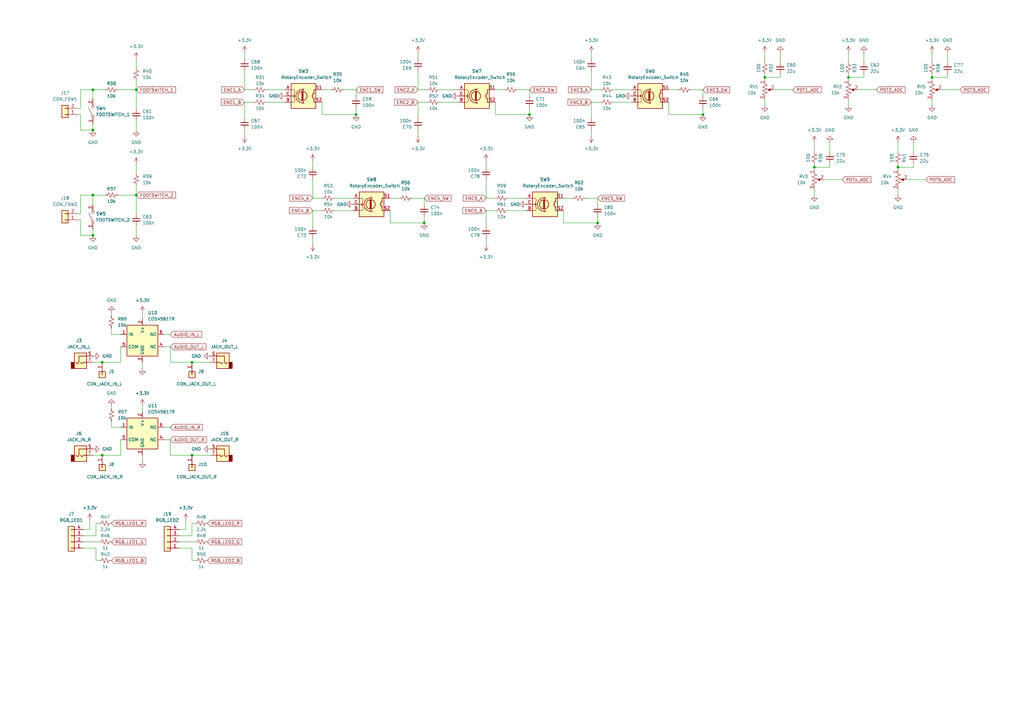
<source format=kicad_sch>
(kicad_sch (version 20230121) (generator eeschema)
  (paper "A3")
  (lib_symbols
    (symbol "Connector_Audio:AudioJack2"
      (property "Reference" "J" (at 0 8.89 0))
      (property "Value" "AudioJack2" (at 0 6.35 0))
      (symbol "AudioJack2_0_1"
        (rectangle (start -3.81 0) (end -2.54 -2.54) (stroke (width 0.254)) (fill (type outline)))
        (rectangle (start -2.54 3.81) (end 2.54 -2.54) (stroke (width 0.254)) (fill (type background)))
        (polyline (pts (xy 0 0) (xy 0.635 -0.635) (xy 1.27 0) (xy 2.54 0)) (stroke (width 0.254)))
        (polyline (pts (xy 2.54 2.54) (xy -0.635 2.54) (xy -0.635 0) (xy -1.27 -0.635) (xy -1.905 0)) (stroke (width 0.254)))
      )
      (symbol "AudioJack2_1_1"
        (pin passive line (at 5.08 2.54 180) (length 2.54) (name "~") (number "S"))
        (pin passive line (at 5.08 0 180) (length 2.54) (name "~") (number "T"))
      )
    )
    (symbol "Connector_Generic:Conn_01x01" (pin_names (offset 1.016) hide)
      (property "Reference" "J" (at 0 2.54 0))
      (property "Value" "Conn_01x01" (at 0 -2.54 0))
      (symbol "Conn_01x01_1_1"
        (rectangle (start -1.27 0.127) (end 0 -0.127) (stroke (width 0.1524)))
        (rectangle (start -1.27 1.27) (end 1.27 -1.27) (stroke (width 0.254)) (fill (type background)))
        (pin passive line (at -5.08 0 0) (length 3.81) (name "Pin_1") (number "1"))
      )
    )
    (symbol "Connector_Generic:Conn_01x02" (pin_names (offset 1.016) hide)
      (property "Reference" "J" (at 0 2.54 0))
      (property "Value" "Conn_01x02" (at 0 -5.08 0))
      (symbol "Conn_01x02_1_1"
        (rectangle (start -1.27 -2.413) (end 0 -2.667) (stroke (width 0.1524)))
        (rectangle (start -1.27 0.127) (end 0 -0.127) (stroke (width 0.1524)))
        (rectangle (start -1.27 1.27) (end 1.27 -3.81) (stroke (width 0.254)) (fill (type background)))
        (pin passive line (at -5.08 0 0) (length 3.81) (name "Pin_1") (number "1"))
        (pin passive line (at -5.08 -2.54 0) (length 3.81) (name "Pin_2") (number "2"))
      )
    )
    (symbol "Connector_Generic:Conn_01x04" (pin_names (offset 1.016) hide)
      (property "Reference" "J" (at 0 5.08 0))
      (property "Value" "Conn_01x04" (at 0 -7.62 0))
      (symbol "Conn_01x04_1_1"
        (rectangle (start -1.27 -4.953) (end 0 -5.207) (stroke (width 0.1524)))
        (rectangle (start -1.27 -2.413) (end 0 -2.667) (stroke (width 0.1524)))
        (rectangle (start -1.27 0.127) (end 0 -0.127) (stroke (width 0.1524)))
        (rectangle (start -1.27 2.667) (end 0 2.413) (stroke (width 0.1524)))
        (rectangle (start -1.27 3.81) (end 1.27 -6.35) (stroke (width 0.254)) (fill (type background)))
        (pin passive line (at -5.08 2.54 0) (length 3.81) (name "Pin_1") (number "1"))
        (pin passive line (at -5.08 0 0) (length 3.81) (name "Pin_2") (number "2"))
        (pin passive line (at -5.08 -2.54 0) (length 3.81) (name "Pin_3") (number "3"))
        (pin passive line (at -5.08 -5.08 0) (length 3.81) (name "Pin_4") (number "4"))
      )
    )
    (symbol "Custom:COS4561TR"
      (property "Reference" "U" (at 29.21 13.97 0))
      (property "Value" "COS4561TR" (at 6.35 8.89 0))
      (symbol "COS4561TR_0_1"
        (rectangle (start -6.35 6.35) (end 6.35 -6.35) (stroke (width 0.254)) (fill (type background)))
      )
      (symbol "COS4561TR_1_1"
        (pin input line (at -8.89 2.54 0) (length 2.54) (name "IN") (number "1"))
        (pin power_in line (at 0 8.89 270) (length 2.54) (name "V+") (number "2"))
        (pin power_in line (at 0 -8.89 90) (length 2.54) (name "GND") (number "3"))
        (pin output line (at 8.89 -2.54 180) (length 2.54) (name "NC") (number "4"))
        (pin input line (at -8.89 -2.54 0) (length 2.54) (name "COM") (number "5"))
        (pin output line (at 8.89 2.54 180) (length 2.54) (name "NO") (number "6"))
      )
    )
    (symbol "Device:C_Small" (pin_numbers hide) (pin_names (offset 0.254) hide)
      (property "Reference" "C" (at 0.254 1.778 0))
      (property "Value" "C_Small" (at 0.254 -2.032 0))
      (symbol "C_Small_0_1"
        (polyline (pts (xy -1.524 -0.508) (xy 1.524 -0.508)) (stroke (width 0.3302)))
        (polyline (pts (xy -1.524 0.508) (xy 1.524 0.508)) (stroke (width 0.3048)))
      )
      (symbol "C_Small_1_1"
        (pin passive line (at 0 2.54 270) (length 2.032) (name "~") (number "1"))
        (pin passive line (at 0 -2.54 90) (length 2.032) (name "~") (number "2"))
      )
    )
    (symbol "Device:R_Potentiometer_US" (pin_names (offset 1.016) hide)
      (property "Reference" "RV" (at -4.445 0 90))
      (property "Value" "R_Potentiometer_US" (at -2.54 0 90))
      (symbol "R_Potentiometer_US_0_1"
        (polyline (pts (xy 0 -2.286) (xy 0 -2.54)))
        (polyline (pts (xy 0 2.54) (xy 0 2.286)))
        (polyline (pts (xy 2.54 0) (xy 1.524 0)))
        (polyline (pts (xy 1.143 0) (xy 2.286 0.508) (xy 2.286 -0.508) (xy 1.143 0)) (fill (type outline)))
        (polyline (pts (xy 0 -0.762) (xy 1.016 -1.143) (xy 0 -1.524) (xy -1.016 -1.905) (xy 0 -2.286)))
        (polyline (pts (xy 0 0.762) (xy 1.016 0.381) (xy 0 0) (xy -1.016 -0.381) (xy 0 -0.762)))
        (polyline (pts (xy 0 2.286) (xy 1.016 1.905) (xy 0 1.524) (xy -1.016 1.143) (xy 0 0.762)))
      )
      (symbol "R_Potentiometer_US_1_1"
        (pin passive line (at 0 3.81 270) (length 1.27) (name "1") (number "1"))
        (pin passive line (at 3.81 0 180) (length 1.27) (name "2") (number "2"))
        (pin passive line (at 0 -3.81 90) (length 1.27) (name "3") (number "3"))
      )
    )
    (symbol "Device:R_Small_US" (pin_numbers hide) (pin_names (offset 0.254) hide)
      (property "Reference" "R" (at 0.762 0.508 0))
      (property "Value" "R_Small_US" (at 0.762 -1.016 0))
      (symbol "R_Small_US_1_1"
        (polyline (pts (xy 0 0) (xy 1.016 -0.381) (xy 0 -0.762) (xy -1.016 -1.143) (xy 0 -1.524)))
        (polyline (pts (xy 0 1.524) (xy 1.016 1.143) (xy 0 0.762) (xy -1.016 0.381) (xy 0 0)))
        (pin passive line (at 0 2.54 270) (length 1.016) (name "~") (number "1"))
        (pin passive line (at 0 -2.54 90) (length 1.016) (name "~") (number "2"))
      )
    )
    (symbol "Device:RotaryEncoder_Switch" (pin_names (offset 0.254) hide)
      (property "Reference" "SW" (at 0 6.604 0))
      (property "Value" "RotaryEncoder_Switch" (at 0 -6.604 0))
      (symbol "RotaryEncoder_Switch_0_1"
        (rectangle (start -5.08 5.08) (end 5.08 -5.08) (stroke (width 0.254)) (fill (type background)))
        (circle (center -3.81 0) (radius 0.254) (fill (type outline)))
        (circle (center -0.381 0) (radius 1.905) (stroke (width 0.254)))
        (arc (start -0.381 2.667) (mid -3.0988 -0.0635) (end -0.381 -2.794) (stroke (width 0.254)))
        (polyline (pts (xy -0.635 -1.778) (xy -0.635 1.778)) (stroke (width 0.254)))
        (polyline (pts (xy -0.381 -1.778) (xy -0.381 1.778)) (stroke (width 0.254)))
        (polyline (pts (xy -0.127 1.778) (xy -0.127 -1.778)) (stroke (width 0.254)))
        (polyline (pts (xy 3.81 0) (xy 3.429 0)) (stroke (width 0.254)))
        (polyline (pts (xy 3.81 1.016) (xy 3.81 -1.016)) (stroke (width 0.254)))
        (polyline (pts (xy -5.08 -2.54) (xy -3.81 -2.54) (xy -3.81 -2.032)))
        (polyline (pts (xy -5.08 2.54) (xy -3.81 2.54) (xy -3.81 2.032)))
        (polyline (pts (xy 0.254 -3.048) (xy -0.508 -2.794) (xy 0.127 -2.413)) (stroke (width 0.254)))
        (polyline (pts (xy 0.254 2.921) (xy -0.508 2.667) (xy 0.127 2.286)) (stroke (width 0.254)))
        (polyline (pts (xy 5.08 -2.54) (xy 4.318 -2.54) (xy 4.318 -1.016)) (stroke (width 0.254)))
        (polyline (pts (xy 5.08 2.54) (xy 4.318 2.54) (xy 4.318 1.016)) (stroke (width 0.254)))
        (polyline (pts (xy -5.08 0) (xy -3.81 0) (xy -3.81 -1.016) (xy -3.302 -2.032)))
        (polyline (pts (xy -4.318 0) (xy -3.81 0) (xy -3.81 1.016) (xy -3.302 2.032)))
        (circle (center 4.318 -1.016) (radius 0.127) (stroke (width 0.254)))
        (circle (center 4.318 1.016) (radius 0.127) (stroke (width 0.254)))
      )
      (symbol "RotaryEncoder_Switch_1_1"
        (pin passive line (at -7.62 2.54 0) (length 2.54) (name "A") (number "A"))
        (pin passive line (at -7.62 -2.54 0) (length 2.54) (name "B") (number "B"))
        (pin passive line (at -7.62 0 0) (length 2.54) (name "C") (number "C"))
        (pin passive line (at 7.62 2.54 180) (length 2.54) (name "S1") (number "S1"))
        (pin passive line (at 7.62 -2.54 180) (length 2.54) (name "S2") (number "S2"))
      )
    )
    (symbol "Switch:SW_SPST" (pin_names (offset 0) hide)
      (property "Reference" "SW" (at 0 3.175 0))
      (property "Value" "SW_SPST" (at 0 -2.54 0))
      (symbol "SW_SPST_0_0"
        (circle (center -2.032 0) (radius 0.508))
        (polyline (pts (xy -1.524 0.254) (xy 1.524 1.778)))
        (circle (center 2.032 0) (radius 0.508))
      )
      (symbol "SW_SPST_1_1"
        (pin passive line (at -5.08 0 0) (length 2.54) (name "A") (number "1"))
        (pin passive line (at 5.08 0 180) (length 2.54) (name "B") (number "2"))
      )
    )
    (symbol "power:+3.3V" (power) (pin_names (offset 0))
      (property "Value" "+3.3V" (at 0 3.556 0))
      (symbol "+3.3V_0_1"
        (polyline (pts (xy -0.762 1.27) (xy 0 2.54)))
        (polyline (pts (xy 0 0) (xy 0 2.54)))
        (polyline (pts (xy 0 2.54) (xy 0.762 1.27)))
      )
      (symbol "+3.3V_1_1"
        (pin power_in line (at 0 0 90) (length 0) hide (name "+3.3V") (number "1"))
      )
    )
    (symbol "power:GND" (power) (pin_names (offset 0))
      (property "Value" "GND" (at 0 -3.81 0))
      (symbol "GND_0_1"
        (polyline (pts (xy 0 0) (xy 0 -1.27) (xy 1.27 -1.27) (xy 0 -2.54) (xy -1.27 -1.27) (xy 0 -1.27)))
      )
      (symbol "GND_1_1"
        (pin power_in line (at 0 0 270) (length 0) hide (name "GND") (number "1"))
      )
    )
  )
  (junction (at 368.3 68.58))
  (junction (at 38.1 53.34))
  (junction (at 55.88 80.01))
  (junction (at 38.1 36.83))
  (junction (at 313.69 31.75))
  (junction (at 78.74 148.59))
  (junction (at 38.1 80.01))
  (junction (at 173.99 91.44))
  (junction (at 217.17 46.99))
  (junction (at 55.88 36.83))
  (junction (at 146.05 46.99))
  (junction (at 347.98 31.75))
  (junction (at 38.1 96.52))
  (junction (at 41.91 186.69))
  (junction (at 78.74 186.69))
  (junction (at 245.11 91.44))
  (junction (at 334.01 68.58))
  (junction (at 288.29 46.99))
  (junction (at 382.27 31.75))
  (junction (at 41.91 148.59))
  (wire (pts (xy 58.42 166.37) (xy 58.42 168.91)))
  (wire (pts (xy 73.66 222.25) (xy 80.01 222.25)))
  (wire (pts (xy 217.17 44.45) (xy 217.17 46.99)))
  (wire (pts (xy 128.27 81.28) (xy 132.08 81.28)))
  (wire (pts (xy 382.27 31.75) (xy 388.62 31.75)))
  (wire (pts (xy 180.34 36.83) (xy 187.96 36.83)))
  (wire (pts (xy 173.99 81.28) (xy 173.99 83.82)))
  (wire (pts (xy 231.14 86.36) (xy 231.14 91.44)))
  (wire (pts (xy 334.01 58.42) (xy 334.01 62.23)))
  (wire (pts (xy 388.62 30.48) (xy 388.62 31.75)))
  (wire (pts (xy 251.46 36.83) (xy 259.08 36.83)))
  (wire (pts (xy 240.03 81.28) (xy 245.11 81.28)))
  (wire (pts (xy 55.88 80.01) (xy 55.88 87.63)))
  (wire (pts (xy 347.98 40.64) (xy 347.98 43.18)))
  (wire (pts (xy 274.32 36.83) (xy 278.13 36.83)))
  (wire (pts (xy 368.3 67.31) (xy 368.3 68.58)))
  (wire (pts (xy 242.57 53.34) (xy 242.57 55.88)))
  (wire (pts (xy 313.69 40.64) (xy 313.69 43.18)))
  (wire (pts (xy 140.97 36.83) (xy 146.05 36.83)))
  (wire (pts (xy 347.98 31.75) (xy 347.98 33.02)))
  (wire (pts (xy 217.17 36.83) (xy 217.17 39.37)))
  (wire (pts (xy 69.85 148.59) (xy 78.74 148.59)))
  (wire (pts (xy 76.2 213.36) (xy 76.2 217.17)))
  (wire (pts (xy 368.3 58.42) (xy 368.3 62.23)))
  (wire (pts (xy 354.33 21.59) (xy 354.33 25.4)))
  (wire (pts (xy 100.33 36.83) (xy 104.14 36.83)))
  (wire (pts (xy 41.91 148.59) (xy 49.53 148.59)))
  (wire (pts (xy 374.65 67.31) (xy 374.65 68.58)))
  (wire (pts (xy 246.38 41.91) (xy 242.57 41.91)))
  (wire (pts (xy 354.33 30.48) (xy 354.33 31.75)))
  (wire (pts (xy 73.66 217.17) (xy 76.2 217.17)))
  (wire (pts (xy 347.98 21.59) (xy 347.98 25.4)))
  (wire (pts (xy 100.33 29.21) (xy 100.33 36.83)))
  (wire (pts (xy 171.45 36.83) (xy 175.26 36.83)))
  (wire (pts (xy 334.01 67.31) (xy 334.01 68.58)))
  (wire (pts (xy 109.22 41.91) (xy 116.84 41.91)))
  (wire (pts (xy 199.39 97.79) (xy 199.39 100.33)))
  (wire (pts (xy 100.33 41.91) (xy 100.33 48.26)))
  (wire (pts (xy 38.1 80.01) (xy 43.18 80.01)))
  (wire (pts (xy 69.85 142.24) (xy 69.85 148.59)))
  (wire (pts (xy 382.27 40.64) (xy 382.27 43.18)))
  (wire (pts (xy 78.74 224.79) (xy 78.74 229.87)))
  (wire (pts (xy 128.27 86.36) (xy 128.27 92.71)))
  (wire (pts (xy 160.02 81.28) (xy 163.83 81.28)))
  (wire (pts (xy 160.02 86.36) (xy 160.02 91.44)))
  (wire (pts (xy 288.29 44.45) (xy 288.29 46.99)))
  (wire (pts (xy 48.26 80.01) (xy 55.88 80.01)))
  (wire (pts (xy 55.88 92.71) (xy 55.88 96.52)))
  (wire (pts (xy 231.14 81.28) (xy 234.95 81.28)))
  (wire (pts (xy 33.02 96.52) (xy 33.02 90.17)))
  (wire (pts (xy 199.39 86.36) (xy 199.39 92.71)))
  (wire (pts (xy 38.1 96.52) (xy 33.02 96.52)))
  (wire (pts (xy 242.57 21.59) (xy 242.57 24.13)))
  (wire (pts (xy 334.01 77.47) (xy 334.01 80.01)))
  (wire (pts (xy 368.3 68.58) (xy 374.65 68.58)))
  (wire (pts (xy 382.27 31.75) (xy 382.27 33.02)))
  (wire (pts (xy 208.28 86.36) (xy 215.9 86.36)))
  (wire (pts (xy 128.27 73.66) (xy 128.27 81.28)))
  (wire (pts (xy 203.2 41.91) (xy 203.2 46.99)))
  (wire (pts (xy 38.1 36.83) (xy 43.18 36.83)))
  (wire (pts (xy 173.99 88.9) (xy 173.99 91.44)))
  (wire (pts (xy 109.22 36.83) (xy 116.84 36.83)))
  (wire (pts (xy 242.57 41.91) (xy 242.57 48.26)))
  (wire (pts (xy 33.02 80.01) (xy 38.1 80.01)))
  (wire (pts (xy 171.45 41.91) (xy 171.45 48.26)))
  (wire (pts (xy 58.42 151.13) (xy 58.42 148.59)))
  (wire (pts (xy 100.33 21.59) (xy 100.33 24.13)))
  (wire (pts (xy 78.74 229.87) (xy 80.01 229.87)))
  (wire (pts (xy 388.62 21.59) (xy 388.62 25.4)))
  (wire (pts (xy 38.1 40.64) (xy 38.1 36.83)))
  (wire (pts (xy 242.57 36.83) (xy 246.38 36.83)))
  (wire (pts (xy 39.37 214.63) (xy 40.64 214.63)))
  (wire (pts (xy 78.74 186.69) (xy 86.36 186.69)))
  (wire (pts (xy 199.39 66.04) (xy 199.39 68.58)))
  (wire (pts (xy 38.1 53.34) (xy 33.02 53.34)))
  (wire (pts (xy 55.88 76.2) (xy 55.88 80.01)))
  (wire (pts (xy 283.21 36.83) (xy 288.29 36.83)))
  (wire (pts (xy 128.27 97.79) (xy 128.27 100.33)))
  (wire (pts (xy 45.72 134.62) (xy 45.72 137.16)))
  (wire (pts (xy 245.11 81.28) (xy 245.11 83.82)))
  (wire (pts (xy 128.27 66.04) (xy 128.27 68.58)))
  (wire (pts (xy 39.37 224.79) (xy 39.37 229.87)))
  (wire (pts (xy 38.1 83.82) (xy 38.1 80.01)))
  (wire (pts (xy 33.02 44.45) (xy 33.02 36.83)))
  (wire (pts (xy 137.16 81.28) (xy 144.78 81.28)))
  (wire (pts (xy 382.27 21.59) (xy 382.27 25.4)))
  (wire (pts (xy 334.01 68.58) (xy 334.01 69.85)))
  (wire (pts (xy 146.05 44.45) (xy 146.05 46.99)))
  (wire (pts (xy 171.45 29.21) (xy 171.45 36.83)))
  (wire (pts (xy 33.02 87.63) (xy 33.02 80.01)))
  (wire (pts (xy 132.08 41.91) (xy 132.08 46.99)))
  (wire (pts (xy 382.27 30.48) (xy 382.27 31.75)))
  (wire (pts (xy 203.2 36.83) (xy 207.01 36.83)))
  (wire (pts (xy 36.83 213.36) (xy 36.83 217.17)))
  (wire (pts (xy 49.53 186.69) (xy 49.53 180.34)))
  (wire (pts (xy 73.66 224.79) (xy 78.74 224.79)))
  (wire (pts (xy 55.88 24.13) (xy 55.88 27.94)))
  (wire (pts (xy 33.02 53.34) (xy 33.02 46.99)))
  (wire (pts (xy 313.69 21.59) (xy 313.69 25.4)))
  (wire (pts (xy 347.98 31.75) (xy 354.33 31.75)))
  (wire (pts (xy 203.2 46.99) (xy 217.17 46.99)))
  (wire (pts (xy 168.91 81.28) (xy 173.99 81.28)))
  (wire (pts (xy 39.37 219.71) (xy 39.37 214.63)))
  (wire (pts (xy 288.29 36.83) (xy 288.29 39.37)))
  (wire (pts (xy 31.75 44.45) (xy 33.02 44.45)))
  (wire (pts (xy 69.85 175.26) (xy 67.31 175.26)))
  (wire (pts (xy 175.26 41.91) (xy 171.45 41.91)))
  (wire (pts (xy 337.82 73.66) (xy 345.44 73.66)))
  (wire (pts (xy 69.85 180.34) (xy 69.85 186.69)))
  (wire (pts (xy 38.1 148.59) (xy 41.91 148.59)))
  (wire (pts (xy 313.69 30.48) (xy 313.69 31.75)))
  (wire (pts (xy 38.1 186.69) (xy 41.91 186.69)))
  (wire (pts (xy 180.34 41.91) (xy 187.96 41.91)))
  (wire (pts (xy 45.72 166.37) (xy 45.72 167.64)))
  (wire (pts (xy 58.42 128.27) (xy 58.42 130.81)))
  (wire (pts (xy 33.02 90.17) (xy 31.75 90.17)))
  (wire (pts (xy 132.08 36.83) (xy 135.89 36.83)))
  (wire (pts (xy 34.29 219.71) (xy 39.37 219.71)))
  (wire (pts (xy 386.08 36.83) (xy 393.7 36.83)))
  (wire (pts (xy 251.46 41.91) (xy 259.08 41.91)))
  (wire (pts (xy 199.39 81.28) (xy 203.2 81.28)))
  (wire (pts (xy 137.16 86.36) (xy 144.78 86.36)))
  (wire (pts (xy 132.08 46.99) (xy 146.05 46.99)))
  (wire (pts (xy 334.01 68.58) (xy 340.36 68.58)))
  (wire (pts (xy 160.02 91.44) (xy 173.99 91.44)))
  (wire (pts (xy 231.14 91.44) (xy 245.11 91.44)))
  (wire (pts (xy 317.5 36.83) (xy 325.12 36.83)))
  (wire (pts (xy 274.32 46.99) (xy 288.29 46.99)))
  (wire (pts (xy 67.31 180.34) (xy 69.85 180.34)))
  (wire (pts (xy 340.36 58.42) (xy 340.36 62.23)))
  (wire (pts (xy 49.53 137.16) (xy 45.72 137.16)))
  (wire (pts (xy 372.11 73.66) (xy 379.73 73.66)))
  (wire (pts (xy 31.75 87.63) (xy 33.02 87.63)))
  (wire (pts (xy 49.53 175.26) (xy 45.72 175.26)))
  (wire (pts (xy 55.88 36.83) (xy 55.88 44.45)))
  (wire (pts (xy 55.88 49.53) (xy 55.88 53.34)))
  (wire (pts (xy 49.53 148.59) (xy 49.53 142.24)))
  (wire (pts (xy 55.88 33.02) (xy 55.88 36.83)))
  (wire (pts (xy 38.1 50.8) (xy 38.1 53.34)))
  (wire (pts (xy 34.29 217.17) (xy 36.83 217.17)))
  (wire (pts (xy 368.3 68.58) (xy 368.3 69.85)))
  (wire (pts (xy 34.29 222.25) (xy 40.64 222.25)))
  (wire (pts (xy 313.69 31.75) (xy 313.69 33.02)))
  (wire (pts (xy 274.32 41.91) (xy 274.32 46.99)))
  (wire (pts (xy 242.57 29.21) (xy 242.57 36.83)))
  (wire (pts (xy 45.72 172.72) (xy 45.72 175.26)))
  (wire (pts (xy 313.69 31.75) (xy 320.04 31.75)))
  (wire (pts (xy 245.11 88.9) (xy 245.11 91.44)))
  (wire (pts (xy 58.42 189.23) (xy 58.42 186.69)))
  (wire (pts (xy 39.37 229.87) (xy 40.64 229.87)))
  (wire (pts (xy 33.02 46.99) (xy 31.75 46.99)))
  (wire (pts (xy 340.36 67.31) (xy 340.36 68.58)))
  (wire (pts (xy 55.88 67.31) (xy 55.88 71.12)))
  (wire (pts (xy 67.31 142.24) (xy 69.85 142.24)))
  (wire (pts (xy 34.29 224.79) (xy 39.37 224.79)))
  (wire (pts (xy 78.74 148.59) (xy 86.36 148.59)))
  (wire (pts (xy 73.66 219.71) (xy 78.74 219.71)))
  (wire (pts (xy 132.08 86.36) (xy 128.27 86.36)))
  (wire (pts (xy 100.33 53.34) (xy 100.33 55.88)))
  (wire (pts (xy 171.45 53.34) (xy 171.45 55.88)))
  (wire (pts (xy 351.79 36.83) (xy 359.41 36.83)))
  (wire (pts (xy 320.04 30.48) (xy 320.04 31.75)))
  (wire (pts (xy 78.74 219.71) (xy 78.74 214.63)))
  (wire (pts (xy 69.85 137.16) (xy 67.31 137.16)))
  (wire (pts (xy 69.85 186.69) (xy 78.74 186.69)))
  (wire (pts (xy 48.26 36.83) (xy 55.88 36.83)))
  (wire (pts (xy 199.39 73.66) (xy 199.39 81.28)))
  (wire (pts (xy 38.1 93.98) (xy 38.1 96.52)))
  (wire (pts (xy 374.65 58.42) (xy 374.65 62.23)))
  (wire (pts (xy 78.74 214.63) (xy 80.01 214.63)))
  (wire (pts (xy 320.04 21.59) (xy 320.04 25.4)))
  (wire (pts (xy 171.45 21.59) (xy 171.45 24.13)))
  (wire (pts (xy 104.14 41.91) (xy 100.33 41.91)))
  (wire (pts (xy 45.72 128.27) (xy 45.72 129.54)))
  (wire (pts (xy 212.09 36.83) (xy 217.17 36.83)))
  (wire (pts (xy 208.28 81.28) (xy 215.9 81.28)))
  (wire (pts (xy 146.05 36.83) (xy 146.05 39.37)))
  (wire (pts (xy 347.98 30.48) (xy 347.98 31.75)))
  (wire (pts (xy 41.91 186.69) (xy 49.53 186.69)))
  (wire (pts (xy 33.02 36.83) (xy 38.1 36.83)))
  (wire (pts (xy 368.3 77.47) (xy 368.3 80.01)))
  (wire (pts (xy 203.2 86.36) (xy 199.39 86.36)))
  (global_label "AUDIO_IN_R" (shape input) (at 69.85 175.26 0) (property "Intersheetrefs" "${INTERSHEET_REFS}" (effects hide)))
  (global_label "RGB_LED1_B" (shape input) (at 45.72 229.87 0) (property "Intersheetrefs" "${INTERSHEET_REFS}" (effects hide)))
  (global_label "ENC1_SW" (shape input) (at 146.05 36.83 0) (property "Intersheetrefs" "${INTERSHEET_REFS}" (effects hide)))
  (global_label "ENC1_A" (shape input) (at 100.33 36.83 180) (property "Intersheetrefs" "${INTERSHEET_REFS}" (effects hide)))
  (global_label "POT2_ADC" (shape input) (at 359.41 36.83 0) (property "Intersheetrefs" "${INTERSHEET_REFS}" (effects hide)))
  (global_label "ENC1_B" (shape input) (at 100.33 41.91 180) (property "Intersheetrefs" "${INTERSHEET_REFS}" (effects hide)))
  (global_label "RGB_LED2_G" (shape input) (at 85.09 222.25 0) (property "Intersheetrefs" "${INTERSHEET_REFS}" (effects hide)))
  (global_label "POT5_ADC" (shape input) (at 379.73 73.66 0) (property "Intersheetrefs" "${INTERSHEET_REFS}" (effects hide)))
  (global_label "AUDIO_IN_L" (shape input) (at 69.85 137.16 0) (property "Intersheetrefs" "${INTERSHEET_REFS}" (effects hide)))
  (global_label "ENC3_B" (shape input) (at 242.57 41.91 180) (property "Intersheetrefs" "${INTERSHEET_REFS}" (effects hide)))
  (global_label "ENC5_SW" (shape input) (at 245.11 81.28 0) (property "Intersheetrefs" "${INTERSHEET_REFS}" (effects hide)))
  (global_label "ENC5_B" (shape input) (at 199.39 86.36 180) (property "Intersheetrefs" "${INTERSHEET_REFS}" (effects hide)))
  (global_label "POT3_ADC" (shape input) (at 393.7 36.83 0) (property "Intersheetrefs" "${INTERSHEET_REFS}" (effects hide)))
  (global_label "RGB_LED1_R" (shape input) (at 45.72 214.63 0) (property "Intersheetrefs" "${INTERSHEET_REFS}" (effects hide)))
  (global_label "AUDIO_OUT_R" (shape input) (at 69.85 180.34 0) (property "Intersheetrefs" "${INTERSHEET_REFS}" (effects hide)))
  (global_label "AUDIO_OUT_L" (shape input) (at 69.85 142.24 0) (property "Intersheetrefs" "${INTERSHEET_REFS}" (effects hide)))
  (global_label "ENC2_A" (shape input) (at 171.45 36.83 180) (property "Intersheetrefs" "${INTERSHEET_REFS}" (effects hide)))
  (global_label "RGB_LED1_G" (shape input) (at 45.72 222.25 0) (property "Intersheetrefs" "${INTERSHEET_REFS}" (effects hide)))
  (global_label "ENC2_SW" (shape input) (at 217.17 36.83 0) (property "Intersheetrefs" "${INTERSHEET_REFS}" (effects hide)))
  (global_label "FOOTSWITCH_2" (shape input) (at 55.88 80.01 0) (property "Intersheetrefs" "${INTERSHEET_REFS}" (effects hide)))
  (global_label "ENC2_B" (shape input) (at 171.45 41.91 180) (property "Intersheetrefs" "${INTERSHEET_REFS}" (effects hide)))
  (global_label "ENC3_SW" (shape input) (at 288.29 36.83 0) (property "Intersheetrefs" "${INTERSHEET_REFS}" (effects hide)))
  (global_label "RGB_LED2_B" (shape input) (at 85.09 229.87 0) (property "Intersheetrefs" "${INTERSHEET_REFS}" (effects hide)))
  (global_label "RGB_LED2_R" (shape input) (at 85.09 214.63 0) (property "Intersheetrefs" "${INTERSHEET_REFS}" (effects hide)))
  (global_label "ENC4_A" (shape input) (at 128.27 81.28 180) (property "Intersheetrefs" "${INTERSHEET_REFS}" (effects hide)))
  (global_label "POT1_ADC" (shape input) (at 325.12 36.83 0) (property "Intersheetrefs" "${INTERSHEET_REFS}" (effects hide)))
  (global_label "ENC3_A" (shape input) (at 242.57 36.83 180) (property "Intersheetrefs" "${INTERSHEET_REFS}" (effects hide)))
  (global_label "ENC4_SW" (shape input) (at 173.99 81.28 0) (property "Intersheetrefs" "${INTERSHEET_REFS}" (effects hide)))
  (global_label "ENC4_B" (shape input) (at 128.27 86.36 180) (property "Intersheetrefs" "${INTERSHEET_REFS}" (effects hide)))
  (global_label "FOOTSWITCH_1" (shape input) (at 55.88 36.83 0) (property "Intersheetrefs" "${INTERSHEET_REFS}" (effects hide)))
  (global_label "ENC5_A" (shape input) (at 199.39 81.28 180) (property "Intersheetrefs" "${INTERSHEET_REFS}" (effects hide)))
  (global_label "POT4_ADC" (shape input) (at 345.44 73.66 0) (property "Intersheetrefs" "${INTERSHEET_REFS}" (effects hide)))
  (symbol (lib_id "Device:C_Small") (at 173.99 86.36 0) (unit 1)
    (property "Reference" "C74" (at 176.53 85.0963 0) (effects (justify left)))
    (property "Value" "100n" (at 176.53 87.6363 0) (effects (justify left)))
  )
  (symbol (lib_id "power:GND") (at 320.04 21.59 180) (unit 1)
    (property "Reference" "#PWR090" (effects hide))
    (property "Value" "GND" (at 320.04 16.51 0))
  )
  (symbol (lib_id "Connector_Audio:AudioJack2") (at 91.44 186.69 0) (mirror y) (unit 1)
    (property "Reference" "J16" (at 92.075 177.8 0))
    (property "Value" "JACK_OUT_R" (at 92.075 180.34 0))
  )
  (symbol (lib_id "power:+3.3V") (at 171.45 55.88 180) (unit 1)
    (property "Reference" "#PWR097" (effects hide))
    (property "Value" "+3.3V" (at 171.45 60.96 0))
  )
  (symbol (lib_id "power:+3.3V") (at 55.88 24.13 0) (unit 1)
    (property "Reference" "#PWR082" (effects hide))
    (property "Value" "+3.3V" (at 55.88 19.05 0))
  )
  (symbol (lib_id "power:GND") (at 374.65 58.42 180) (unit 1)
    (property "Reference" "#PWR0104" (effects hide))
    (property "Value" "GND" (at 374.65 53.34 0))
  )
  (symbol (lib_id "power:GND") (at 116.84 39.37 270) (unit 1)
    (property "Reference" "#PWR072" (effects hide))
    (property "Value" "GND" (at 114.3 39.37 90) (effects (justify right)))
  )
  (symbol (lib_id "Device:R_Small_US") (at 134.62 86.36 90) (unit 1)
    (property "Reference" "R54" (at 134.62 83.82 90))
    (property "Value" "10k" (at 134.62 88.9 90))
  )
  (symbol (lib_id "power:+3.3V") (at 58.42 166.37 0) (unit 1)
    (property "Reference" "#PWR0112" (effects hide))
    (property "Value" "+3.3V" (at 58.42 161.29 0))
  )
  (symbol (lib_id "Device:R_Potentiometer_US") (at 382.27 36.83 0) (unit 1)
    (property "Reference" "RV5" (at 379.73 35.56 0) (effects (justify right)))
    (property "Value" "10k " (at 379.73 38.1 0) (effects (justify right)))
  )
  (symbol (lib_id "power:+3.3V") (at 334.01 58.42 0) (unit 1)
    (property "Reference" "#PWR092" (effects hide))
    (property "Value" "+3.3V" (at 334.01 53.34 0))
  )
  (symbol (lib_id "Device:C_Small") (at 100.33 26.67 0) (unit 1)
    (property "Reference" "C68" (at 102.87 25.4063 0) (effects (justify left)))
    (property "Value" "100n" (at 102.87 27.9463 0) (effects (justify left)))
  )
  (symbol (lib_id "Device:C_Small") (at 100.33 50.8 0) (unit 1)
    (property "Reference" "C67" (at 102.87 49.5363 0) (effects (justify left)))
    (property "Value" "100n" (at 102.87 52.0763 0) (effects (justify left)))
  )
  (symbol (lib_id "Device:C_Small") (at 146.05 41.91 0) (unit 1)
    (property "Reference" "C59" (at 148.59 40.6463 0) (effects (justify left)))
    (property "Value" "100n" (at 148.59 43.1863 0) (effects (justify left)))
  )
  (symbol (lib_id "power:GND") (at 334.01 80.01 0) (unit 1)
    (property "Reference" "#PWR093" (effects hide))
    (property "Value" "GND" (at 334.01 85.09 0))
  )
  (symbol (lib_id "power:+3.3V") (at 76.2 213.36 0) (unit 1)
    (property "Reference" "#PWR0117" (effects hide))
    (property "Value" "+3.3V" (at 76.2 208.28 0))
  )
  (symbol (lib_id "Device:C_Small") (at 171.45 50.8 180) (unit 1)
    (property "Reference" "C70" (at 168.91 52.0637 0) (effects (justify left)))
    (property "Value" "100n" (at 168.91 49.5237 0) (effects (justify left)))
  )
  (symbol (lib_id "power:GND") (at 388.62 21.59 180) (unit 1)
    (property "Reference" "#PWR0120" (effects hide))
    (property "Value" "GND" (at 388.62 16.51 0))
  )
  (symbol (lib_id "Device:R_Small_US") (at 177.8 36.83 90) (unit 1)
    (property "Reference" "R51" (at 177.8 31.75 90))
    (property "Value" "10k" (at 177.8 34.29 90))
  )
  (symbol (lib_id "Device:C_Small") (at 245.11 86.36 0) (unit 1)
    (property "Reference" "C80" (at 247.65 85.0963 0) (effects (justify left)))
    (property "Value" "100n" (at 247.65 87.6363 0) (effects (justify left)))
  )
  (symbol (lib_id "power:GND") (at 58.42 151.13 0) (unit 1)
    (property "Reference" "#PWR0107" (effects hide))
    (property "Value" "GND" (effects hide))
  )
  (symbol (lib_id "power:+3.3V") (at 55.88 67.31 0) (unit 1)
    (property "Reference" "#PWR081" (effects hide))
    (property "Value" "+3.3V" (at 55.88 62.23 0))
  )
  (symbol (lib_id "Device:RotaryEncoder_Switch") (at 195.58 39.37 0) (unit 1)
    (property "Reference" "SW7" (at 195.58 29.21 0))
    (property "Value" "RotaryEncoder_Switch" (at 196.85 31.75 0))
  )
  (symbol (lib_id "power:+3.3V") (at 58.42 128.27 0) (unit 1)
    (property "Reference" "#PWR0106" (effects hide))
    (property "Value" "+3.3V" (at 58.42 123.19 0))
  )
  (symbol (lib_id "power:+3.3V") (at 128.27 100.33 180) (unit 1)
    (property "Reference" "#PWR099" (effects hide))
    (property "Value" "+3.3V" (at 128.27 105.41 0))
  )
  (symbol (lib_id "power:GND") (at 144.78 83.82 270) (unit 1)
    (property "Reference" "#PWR0101" (effects hide))
    (property "Value" "GND" (at 142.24 83.82 90) (effects (justify right)))
  )
  (symbol (lib_id "power:GND") (at 86.36 146.05 270) (unit 1)
    (property "Reference" "#PWR0108" (effects hide))
    (property "Value" "GND" (at 82.55 146.05 90) (effects (justify right)))
  )
  (symbol (lib_id "Custom:COS4561TR") (at 58.42 177.8 0) (unit 1)
    (property "Reference" "U11" (at 60.6141 166.37 0) (effects (justify left)))
    (property "Value" "COS4561TR" (at 60.6141 168.91 0) (effects (justify left)))
    (property "Footprint" "Package_TO_SOT_SMD:SOT-23-6" (effects hide))
  )
  (symbol (lib_id "Device:R_Small_US") (at 382.27 27.94 0) (unit 1)
    (property "Reference" "R58" (at 384.81 27.94 90))
    (property "Value" "100" (at 379.73 27.94 90))
  )
  (symbol (lib_id "Device:R_Small_US") (at 43.18 222.25 90) (unit 1)
    (property "Reference" "R46" (at 43.18 219.71 90))
    (property "Value" "1k" (at 43.18 224.79 90))
  )
  (symbol (lib_id "Device:R_Small_US") (at 55.88 73.66 180) (unit 1)
    (property "Reference" "R39" (at 58.42 72.39 0) (effects (justify right)))
    (property "Value" "10k" (at 58.42 74.93 0) (effects (justify right)))
  )
  (symbol (lib_id "power:GND") (at 173.99 91.44 0) (unit 1)
    (property "Reference" "#PWR0105" (effects hide))
    (property "Value" "GND" (at 173.99 96.52 0))
  )
  (symbol (lib_id "Connector_Generic:Conn_01x04") (at 29.21 222.25 180) (unit 1)
    (property "Reference" "J7" (at 29.21 210.82 0))
    (property "Value" "RGB_LED1" (at 29.21 213.36 0))
  )
  (symbol (lib_id "power:GND") (at 347.98 43.18 0) (unit 1)
    (property "Reference" "#PWR079" (effects hide))
    (property "Value" "GND" (at 347.98 48.26 0))
  )
  (symbol (lib_id "Device:R_Small_US") (at 209.55 36.83 270) (unit 1)
    (property "Reference" "R55" (at 209.55 30.48 90))
    (property "Value" "10k" (at 209.55 33.02 90))
  )
  (symbol (lib_id "power:GND") (at 217.17 46.99 0) (unit 1)
    (property "Reference" "#PWR0103" (effects hide))
    (property "Value" "GND" (at 217.17 52.07 0))
  )
  (symbol (lib_id "power:+3.3V") (at 171.45 21.59 0) (unit 1)
    (property "Reference" "#PWR096" (effects hide))
    (property "Value" "+3.3V" (at 171.45 16.51 0))
  )
  (symbol (lib_id "Device:R_Small_US") (at 205.74 81.28 90) (unit 1)
    (property "Reference" "R59" (at 205.74 76.2 90))
    (property "Value" "10k" (at 205.74 78.74 90))
  )
  (symbol (lib_id "power:GND") (at 259.08 39.37 270) (unit 1)
    (property "Reference" "#PWR089" (effects hide))
    (property "Value" "GND" (at 256.54 39.37 90) (effects (justify right)))
  )
  (symbol (lib_id "power:GND") (at 45.72 128.27 180) (unit 1)
    (property "Reference" "#PWR0115" (effects hide))
    (property "Value" "GND" (at 45.72 123.19 0))
  )
  (symbol (lib_id "Device:R_Small_US") (at 106.68 41.91 90) (unit 1)
    (property "Reference" "R34" (at 106.68 39.37 90))
    (property "Value" "10k" (at 106.68 44.45 90))
  )
  (symbol (lib_id "Device:C_Small") (at 374.65 64.77 180) (unit 1)
    (property "Reference" "C76" (at 377.19 63.4936 0) (effects (justify right)))
    (property "Value" "22u" (at 377.19 66.0336 0) (effects (justify right)))
  )
  (symbol (lib_id "power:GND") (at 38.1 146.05 90) (unit 1)
    (property "Reference" "#PWR0109" (effects hide))
    (property "Value" "GND" (at 41.91 146.05 90) (effects (justify right)))
  )
  (symbol (lib_id "power:GND") (at 313.69 43.18 0) (unit 1)
    (property "Reference" "#PWR074" (effects hide))
    (property "Value" "GND" (at 313.69 48.26 0))
  )
  (symbol (lib_id "Device:R_Small_US") (at 106.68 36.83 90) (unit 1)
    (property "Reference" "R31" (at 106.68 31.75 90))
    (property "Value" "10k" (at 106.68 34.29 90))
  )
  (symbol (lib_id "power:+3.3V") (at 36.83 213.36 0) (unit 1)
    (property "Reference" "#PWR0116" (effects hide))
    (property "Value" "+3.3V" (at 36.83 208.28 0))
  )
  (symbol (lib_id "Device:R_Small_US") (at 134.62 81.28 90) (unit 1)
    (property "Reference" "R53" (at 134.62 76.2 90))
    (property "Value" "10k" (at 134.62 78.74 90))
  )
  (symbol (lib_id "Device:R_Small_US") (at 368.3 64.77 0) (unit 1)
    (property "Reference" "R41" (at 370.84 64.77 90))
    (property "Value" "100" (at 365.76 64.77 90))
  )
  (symbol (lib_id "Device:R_Small_US") (at 82.55 229.87 90) (unit 1)
    (property "Reference" "R50" (at 82.55 227.33 90))
    (property "Value" "1k" (at 82.55 232.41 90))
  )
  (symbol (lib_id "power:+3.3V") (at 382.27 21.59 0) (unit 1)
    (property "Reference" "#PWR0118" (effects hide))
    (property "Value" "+3.3V" (at 382.27 16.51 0))
  )
  (symbol (lib_id "Device:C_Small") (at 171.45 26.67 180) (unit 1)
    (property "Reference" "C69" (at 168.91 27.9337 0) (effects (justify left)))
    (property "Value" "100n" (at 168.91 25.3937 0) (effects (justify left)))
  )
  (symbol (lib_id "Device:R_Small_US") (at 82.55 214.63 90) (unit 1)
    (property "Reference" "R48" (at 82.55 212.09 90))
    (property "Value" "2.2k" (at 82.55 217.17 90))
  )
  (symbol (lib_id "power:GND") (at 368.3 80.01 0) (unit 1)
    (property "Reference" "#PWR0102" (effects hide))
    (property "Value" "GND" (at 368.3 85.09 0))
  )
  (symbol (lib_id "Connector_Generic:Conn_01x01") (at 78.74 191.77 270) (unit 1)
    (property "Reference" "J10" (at 81.28 190.5 90) (effects (justify left)))
    (property "Value" "CON_JACK_OUT_R" (at 72.39 195.58 90) (effects (justify left)))
  )
  (symbol (lib_id "Device:R_Potentiometer_US") (at 368.3 73.66 0) (unit 1)
    (property "Reference" "RV4" (at 365.76 72.39 0) (effects (justify right)))
    (property "Value" "10k " (at 365.76 74.93 0) (effects (justify right)))
  )
  (symbol (lib_id "power:GND") (at 86.36 184.15 270) (unit 1)
    (property "Reference" "#PWR0114" (effects hide))
    (property "Value" "GND" (at 82.55 184.15 90) (effects (justify right)))
  )
  (symbol (lib_id "Connector_Generic:Conn_01x02") (at 26.67 46.99 180) (unit 1)
    (property "Reference" "J17" (at 26.67 38.1 0))
    (property "Value" "CON_FSW1" (at 26.67 40.64 0))
  )
  (symbol (lib_id "power:+3.3V") (at 128.27 66.04 0) (unit 1)
    (property "Reference" "#PWR098" (effects hide))
    (property "Value" "+3.3V" (at 128.27 60.96 0))
  )
  (symbol (lib_id "Device:R_Small_US") (at 45.72 170.18 180) (unit 1)
    (property "Reference" "R57" (at 48.26 168.91 0) (effects (justify right)))
    (property "Value" "10k" (at 48.26 171.45 0) (effects (justify right)))
  )
  (symbol (lib_id "Device:R_Small_US") (at 347.98 27.94 0) (unit 1)
    (property "Reference" "R33" (at 350.52 27.94 90))
    (property "Value" "100" (at 345.44 27.94 90))
  )
  (symbol (lib_id "power:+3.3V") (at 100.33 55.88 180) (unit 1)
    (property "Reference" "#PWR075" (effects hide))
    (property "Value" "+3.3V" (at 100.33 60.96 0))
  )
  (symbol (lib_id "Device:C_Small") (at 320.04 27.94 180) (unit 1)
    (property "Reference" "C60" (at 322.58 26.6636 0) (effects (justify right)))
    (property "Value" "22u" (at 322.58 29.2036 0) (effects (justify right)))
  )
  (symbol (lib_id "Connector_Audio:AudioJack2") (at 33.02 148.59 0) (unit 1)
    (property "Reference" "J3" (at 32.385 139.7 0))
    (property "Value" "JACK_IN_L" (at 32.385 142.24 0))
  )
  (symbol (lib_id "Device:R_Small_US") (at 205.74 86.36 90) (unit 1)
    (property "Reference" "R61" (at 205.74 83.82 90))
    (property "Value" "10k" (at 205.74 88.9 90))
  )
  (symbol (lib_id "Device:R_Small_US") (at 177.8 41.91 90) (unit 1)
    (property "Reference" "R52" (at 177.8 39.37 90))
    (property "Value" "10k" (at 177.8 44.45 90))
  )
  (symbol (lib_id "Device:R_Small_US") (at 334.01 64.77 0) (unit 1)
    (property "Reference" "R36" (at 336.55 64.77 90))
    (property "Value" "100" (at 331.47 64.77 90))
  )
  (symbol (lib_id "power:GND") (at 55.88 96.52 0) (unit 1)
    (property "Reference" "#PWR084" (effects hide))
    (property "Value" "GND" (at 55.88 101.6 0))
  )
  (symbol (lib_id "power:GND") (at 354.33 21.59 180) (unit 1)
    (property "Reference" "#PWR085" (effects hide))
    (property "Value" "GND" (at 354.33 16.51 0))
  )
  (symbol (lib_id "Device:R_Small_US") (at 55.88 30.48 180) (unit 1)
    (property "Reference" "R40" (at 58.42 29.21 0) (effects (justify right)))
    (property "Value" "10k" (at 58.42 31.75 0) (effects (justify right)))
  )
  (symbol (lib_id "Device:R_Small_US") (at 138.43 36.83 270) (unit 1)
    (property "Reference" "R35" (at 138.43 30.48 90))
    (property "Value" "10k" (at 138.43 33.02 90))
  )
  (symbol (lib_id "Device:C_Small") (at 242.57 26.67 180) (unit 1)
    (property "Reference" "C64" (at 240.03 27.9337 0) (effects (justify left)))
    (property "Value" "100n" (at 240.03 25.3937 0) (effects (justify left)))
  )
  (symbol (lib_id "power:GND") (at 288.29 46.99 0) (unit 1)
    (property "Reference" "#PWR091" (effects hide))
    (property "Value" "GND" (at 288.29 52.07 0))
  )
  (symbol (lib_id "Device:R_Small_US") (at 45.72 80.01 90) (unit 1)
    (property "Reference" "R37" (at 45.72 77.47 90))
    (property "Value" "10k" (at 45.72 82.55 90))
  )
  (symbol (lib_id "Device:R_Potentiometer_US") (at 347.98 36.83 0) (unit 1)
    (property "Reference" "RV2" (at 345.44 35.56 0) (effects (justify right)))
    (property "Value" "10k " (at 345.44 38.1 0) (effects (justify right)))
  )
  (symbol (lib_id "Connector_Generic:Conn_01x01") (at 41.91 191.77 270) (unit 1)
    (property "Reference" "J8" (at 44.45 190.5 90) (effects (justify left)))
    (property "Value" "CON_JACK_IN_R" (at 35.56 195.58 90) (effects (justify left)))
  )
  (symbol (lib_id "Device:C_Small") (at 55.88 46.99 0) (unit 1)
    (property "Reference" "C61" (at 58.42 45.7263 0) (effects (justify left)))
    (property "Value" "100n" (at 58.42 48.2663 0) (effects (justify left)))
  )
  (symbol (lib_id "Device:R_Small_US") (at 82.55 222.25 90) (unit 1)
    (property "Reference" "R49" (at 82.55 219.71 90))
    (property "Value" "1k" (at 82.55 224.79 90))
  )
  (symbol (lib_id "power:GND") (at 55.88 53.34 0) (unit 1)
    (property "Reference" "#PWR083" (effects hide))
    (property "Value" "GND" (at 55.88 58.42 0))
  )
  (symbol (lib_id "power:GND") (at 38.1 96.52 0) (unit 1)
    (property "Reference" "#PWR077" (effects hide))
    (property "Value" "GND" (at 38.1 101.6 0))
  )
  (symbol (lib_id "power:+3.3V") (at 313.69 21.59 0) (unit 1)
    (property "Reference" "#PWR086" (effects hide))
    (property "Value" "+3.3V" (at 313.69 16.51 0))
  )
  (symbol (lib_id "Device:R_Small_US") (at 280.67 36.83 270) (unit 1)
    (property "Reference" "R45" (at 280.67 30.48 90))
    (property "Value" "10k" (at 280.67 33.02 90))
  )
  (symbol (lib_id "Device:R_Potentiometer_US") (at 334.01 73.66 0) (unit 1)
    (property "Reference" "RV3" (at 331.47 72.39 0) (effects (justify right)))
    (property "Value" "10k " (at 331.47 74.93 0) (effects (justify right)))
  )
  (symbol (lib_id "Switch:SW_SPST") (at 38.1 88.9 90) (unit 1)
    (property "Reference" "SW5" (at 39.37 87.63 90) (effects (justify right)))
    (property "Value" "FOOTSWITCH_2" (at 39.37 90.17 90) (effects (justify right)))
  )
  (symbol (lib_id "Device:R_Potentiometer_US") (at 313.69 36.83 0) (unit 1)
    (property "Reference" "RV1" (at 311.15 35.56 0) (effects (justify right)))
    (property "Value" "10k " (at 311.15 38.1 0) (effects (justify right)))
  )
  (symbol (lib_id "power:+3.3V") (at 347.98 21.59 0) (unit 1)
    (property "Reference" "#PWR078" (effects hide))
    (property "Value" "+3.3V" (at 347.98 16.51 0))
  )
  (symbol (lib_id "power:+3.3V") (at 100.33 21.59 0) (unit 1)
    (property "Reference" "#PWR076" (effects hide))
    (property "Value" "+3.3V" (at 100.33 16.51 0))
  )
  (symbol (lib_id "Device:R_Small_US") (at 166.37 81.28 270) (unit 1)
    (property "Reference" "R56" (at 166.37 74.93 90))
    (property "Value" "10k" (at 166.37 77.47 90))
  )
  (symbol (lib_id "Connector_Audio:AudioJack2") (at 91.44 148.59 0) (mirror y) (unit 1)
    (property "Reference" "J4" (at 92.075 139.7 0))
    (property "Value" "JACK_OUT_L" (at 92.075 142.24 0))
  )
  (symbol (lib_id "Device:RotaryEncoder_Switch") (at 152.4 83.82 0) (unit 1)
    (property "Reference" "SW8" (at 152.4 73.66 0))
    (property "Value" "RotaryEncoder_Switch" (at 153.67 76.2 0))
  )
  (symbol (lib_id "Device:R_Small_US") (at 45.72 36.83 90) (unit 1)
    (property "Reference" "R38" (at 45.72 34.29 90))
    (property "Value" "10k" (at 45.72 39.37 90))
  )
  (symbol (lib_id "power:GND") (at 215.9 83.82 270) (unit 1)
    (property "Reference" "#PWR0123" (effects hide))
    (property "Value" "GND" (at 213.36 83.82 90) (effects (justify right)))
  )
  (symbol (lib_id "Device:C_Small") (at 354.33 27.94 180) (unit 1)
    (property "Reference" "C62" (at 356.87 26.6636 0) (effects (justify right)))
    (property "Value" "22u" (at 356.87 29.2036 0) (effects (justify right)))
  )
  (symbol (lib_id "Connector_Generic:Conn_01x02") (at 26.67 90.17 180) (unit 1)
    (property "Reference" "J18" (at 26.67 81.28 0))
    (property "Value" "CON_FSW2" (at 26.67 83.82 0))
  )
  (symbol (lib_id "Custom:COS4561TR") (at 58.42 139.7 0) (unit 1)
    (property "Reference" "U10" (at 60.6141 128.27 0) (effects (justify left)))
    (property "Value" "COS4561TR" (at 60.6141 130.81 0) (effects (justify left)))
    (property "Footprint" "Package_TO_SOT_SMD:SOT-23-6" (effects hide))
  )
  (symbol (lib_id "Connector_Audio:AudioJack2") (at 33.02 186.69 0) (unit 1)
    (property "Reference" "J6" (at 32.385 177.8 0))
    (property "Value" "JACK_IN_R" (at 32.385 180.34 0))
  )
  (symbol (lib_id "power:+3.3V") (at 242.57 21.59 0) (unit 1)
    (property "Reference" "#PWR087" (effects hide))
    (property "Value" "+3.3V" (at 242.57 16.51 0))
  )
  (symbol (lib_id "Connector_Generic:Conn_01x01") (at 78.74 153.67 270) (unit 1)
    (property "Reference" "J9" (at 81.28 152.4 90) (effects (justify left)))
    (property "Value" "CON_JACK_OUT_L" (at 72.39 157.48 90) (effects (justify left)))
  )
  (symbol (lib_id "Device:C_Small") (at 199.39 95.25 180) (unit 1)
    (property "Reference" "C79" (at 196.85 96.5137 0) (effects (justify left)))
    (property "Value" "100n" (at 196.85 93.9737 0) (effects (justify left)))
  )
  (symbol (lib_id "power:+3.3V") (at 199.39 100.33 180) (unit 1)
    (property "Reference" "#PWR0122" (effects hide))
    (property "Value" "+3.3V" (at 199.39 105.41 0))
  )
  (symbol (lib_id "power:GND") (at 382.27 43.18 0) (unit 1)
    (property "Reference" "#PWR0119" (effects hide))
    (property "Value" "GND" (at 382.27 48.26 0))
  )
  (symbol (lib_id "Device:C_Small") (at 242.57 50.8 180) (unit 1)
    (property "Reference" "C65" (at 240.03 52.0637 0) (effects (justify left)))
    (property "Value" "100n" (at 240.03 49.5237 0) (effects (justify left)))
  )
  (symbol (lib_id "Device:C_Small") (at 217.17 41.91 0) (unit 1)
    (property "Reference" "C71" (at 219.71 40.6463 0) (effects (justify left)))
    (property "Value" "100n" (at 219.71 43.1863 0) (effects (justify left)))
  )
  (symbol (lib_id "power:GND") (at 38.1 53.34 0) (unit 1)
    (property "Reference" "#PWR080" (effects hide))
    (property "Value" "GND" (at 38.1 58.42 0))
  )
  (symbol (lib_id "Device:C_Small") (at 388.62 27.94 180) (unit 1)
    (property "Reference" "C77" (at 391.16 26.6636 0) (effects (justify right)))
    (property "Value" "22u" (at 391.16 29.2036 0) (effects (justify right)))
  )
  (symbol (lib_id "Connector_Generic:Conn_01x04") (at 68.58 222.25 180) (unit 1)
    (property "Reference" "J19" (at 68.58 210.82 0))
    (property "Value" "RGB_LED2" (at 68.58 213.36 0))
  )
  (symbol (lib_id "power:GND") (at 187.96 39.37 270) (unit 1)
    (property "Reference" "#PWR0100" (effects hide))
    (property "Value" "GND" (at 185.42 39.37 90) (effects (justify right)))
  )
  (symbol (lib_id "power:+3.3V") (at 242.57 55.88 180) (unit 1)
    (property "Reference" "#PWR088" (effects hide))
    (property "Value" "+3.3V" (at 242.57 60.96 0))
  )
  (symbol (lib_id "Device:R_Small_US") (at 43.18 229.87 90) (unit 1)
    (property "Reference" "R42" (at 43.18 227.33 90))
    (property "Value" "1k" (at 43.18 232.41 90))
  )
  (symbol (lib_id "Connector_Generic:Conn_01x01") (at 41.91 153.67 270) (unit 1)
    (property "Reference" "J5" (at 44.45 152.4 90) (effects (justify left)))
    (property "Value" "CON_JACK_IN_L" (at 35.56 157.48 90) (effects (justify left)))
  )
  (symbol (lib_id "power:GND") (at 38.1 184.15 90) (unit 1)
    (property "Reference" "#PWR0110" (effects hide))
    (property "Value" "GND" (at 41.91 184.15 90) (effects (justify right)))
  )
  (symbol (lib_id "Device:R_Small_US") (at 237.49 81.28 270) (unit 1)
    (property "Reference" "R62" (at 237.49 74.93 90))
    (property "Value" "10k" (at 237.49 77.47 90))
  )
  (symbol (lib_id "power:GND") (at 45.72 166.37 180) (unit 1)
    (property "Reference" "#PWR0111" (effects hide))
    (property "Value" "GND" (at 45.72 161.29 0))
  )
  (symbol (lib_id "Switch:SW_SPST") (at 38.1 45.72 90) (unit 1)
    (property "Reference" "SW4" (at 39.37 44.45 90) (effects (justify right)))
    (property "Value" "FOOTSWITCH_1" (at 39.37 46.99 90) (effects (justify right)))
  )
  (symbol (lib_id "Device:C_Small") (at 55.88 90.17 0) (unit 1)
    (property "Reference" "C63" (at 58.42 88.9063 0) (effects (justify left)))
    (property "Value" "100n" (at 58.42 91.4463 0) (effects (justify left)))
  )
  (symbol (lib_id "Device:RotaryEncoder_Switch") (at 124.46 39.37 0) (unit 1)
    (property "Reference" "SW3" (at 124.46 29.21 0))
    (property "Value" "RotaryEncoder_Switch" (at 125.73 31.75 0))
  )
  (symbol (lib_id "Device:R_Small_US") (at 43.18 214.63 90) (unit 1)
    (property "Reference" "R47" (at 43.18 212.09 90))
    (property "Value" "2.2k" (at 43.18 217.17 90))
  )
  (symbol (lib_id "Device:R_Small_US") (at 313.69 27.94 0) (unit 1)
    (property "Reference" "R32" (at 316.23 27.94 90))
    (property "Value" "100" (at 311.15 27.94 90))
  )
  (symbol (lib_id "power:+3.3V") (at 368.3 58.42 0) (unit 1)
    (property "Reference" "#PWR095" (effects hide))
    (property "Value" "+3.3V" (at 368.3 53.34 0))
  )
  (symbol (lib_id "power:GND") (at 245.11 91.44 0) (unit 1)
    (property "Reference" "#PWR0124" (effects hide))
    (property "Value" "GND" (at 245.11 96.52 0))
  )
  (symbol (lib_id "power:GND") (at 146.05 46.99 0) (unit 1)
    (property "Reference" "#PWR073" (effects hide))
    (property "Value" "GND" (at 146.05 52.07 0))
  )
  (symbol (lib_id "Device:R_Small_US") (at 45.72 132.08 180) (unit 1)
    (property "Reference" "R60" (at 48.26 130.81 0) (effects (justify right)))
    (property "Value" "10k" (at 48.26 133.35 0) (effects (justify right)))
  )
  (symbol (lib_id "Device:C_Small") (at 128.27 71.12 180) (unit 1)
    (property "Reference" "C72" (at 125.73 72.3837 0) (effects (justify left)))
    (property "Value" "100n" (at 125.73 69.8437 0) (effects (justify left)))
  )
  (symbol (lib_id "Device:C_Small") (at 199.39 71.12 180) (unit 1)
    (property "Reference" "C78" (at 196.85 72.3837 0) (effects (justify left)))
    (property "Value" "100n" (at 196.85 69.8437 0) (effects (justify left)))
  )
  (symbol (lib_id "power:GND") (at 340.36 58.42 180) (unit 1)
    (property "Reference" "#PWR094" (effects hide))
    (property "Value" "GND" (at 340.36 53.34 0))
  )
  (symbol (lib_id "Device:RotaryEncoder_Switch") (at 266.7 39.37 0) (unit 1)
    (property "Reference" "SW6" (at 266.7 29.21 0))
    (property "Value" "RotaryEncoder_Switch" (at 267.97 31.75 0))
  )
  (symbol (lib_id "Device:C_Small") (at 128.27 95.25 180) (unit 1)
    (property "Reference" "C73" (at 125.73 96.5137 0) (effects (justify left)))
    (property "Value" "100n" (at 125.73 93.9737 0) (effects (justify left)))
  )
  (symbol (lib_id "Device:C_Small") (at 340.36 64.77 180) (unit 1)
    (property "Reference" "C75" (at 342.9 63.4936 0) (effects (justify right)))
    (property "Value" "22u" (at 342.9 66.0336 0) (effects (justify right)))
  )
  (symbol (lib_id "Device:R_Small_US") (at 248.92 36.83 90) (unit 1)
    (property "Reference" "R43" (at 248.92 31.75 90))
    (property "Value" "10k" (at 248.92 34.29 90))
  )
  (symbol (lib_id "power:+3.3V") (at 199.39 66.04 0) (unit 1)
    (property "Reference" "#PWR0121" (effects hide))
    (property "Value" "+3.3V" (at 199.39 60.96 0))
  )
  (symbol (lib_id "Device:RotaryEncoder_Switch") (at 223.52 83.82 0) (unit 1)
    (property "Reference" "SW9" (at 223.52 73.66 0))
    (property "Value" "RotaryEncoder_Switch" (at 224.79 76.2 0))
  )
  (symbol (lib_id "Device:C_Small") (at 288.29 41.91 0) (unit 1)
    (property "Reference" "C66" (at 290.83 40.6463 0) (effects (justify left)))
    (property "Value" "100n" (at 290.83 43.1863 0) (effects (justify left)))
  )
  (symbol (lib_id "Device:R_Small_US") (at 248.92 41.91 90) (unit 1)
    (property "Reference" "R44" (at 248.92 39.37 90))
    (property "Value" "10k" (at 248.92 44.45 90))
  )
  (symbol (lib_id "power:GND") (at 58.42 189.23 0) (unit 1)
    (property "Reference" "#PWR0113" (effects hide))
    (property "Value" "GND" (effects hide))
  )
)
</source>
